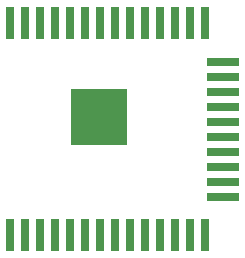
<source format=gbr>
G04 DipTrace 3.3.1.3*
G04 BottomPaste.gbr*
%MOMM*%
G04 #@! TF.FileFunction,Paste,Bot*
G04 #@! TF.Part,Single*
%ADD43R,4.8X4.8*%
%ADD47R,2.8X0.7*%
%ADD49R,0.7X2.8*%
%FSLAX35Y35*%
G04*
G71*
G90*
G75*
G01*
G04 BotPaste*
%LPD*%
D49*
X3187950Y2195067D3*
Y395067D3*
D47*
X3337950Y1866567D3*
Y1739567D3*
Y1612567D3*
Y1485567D3*
Y1358567D3*
Y1231567D3*
Y1104567D3*
Y977567D3*
Y850567D3*
Y723567D3*
D49*
X3060950Y2195067D3*
X2933950D3*
X2806950D3*
X2679950D3*
X2552950D3*
X2425950D3*
X2298950D3*
X2171950D3*
X2044950D3*
X1917950D3*
X1790950D3*
X1663950D3*
X1536950D3*
X3060950Y395067D3*
X2933950D3*
X2806950D3*
X2679950D3*
X2552950D3*
X2425950D3*
X2298950D3*
X2171950D3*
X2044950D3*
X1917950D3*
X1790950D3*
X1663950D3*
X1536950D3*
D43*
X2287950Y1395067D3*
M02*

</source>
